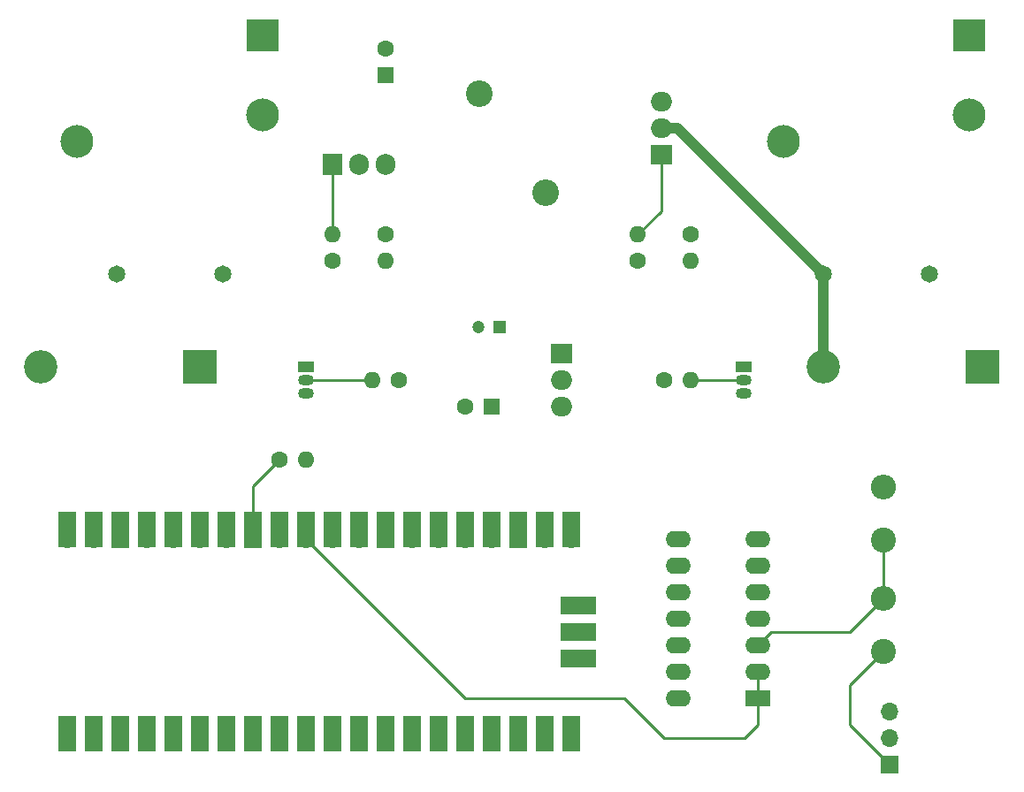
<source format=gbr>
%TF.GenerationSoftware,KiCad,Pcbnew,7.0.10*%
%TF.CreationDate,2024-07-19T10:33:51-06:00*%
%TF.ProjectId,Pressure-Controlled-Power-Outlet-control-PCB,50726573-7375-4726-952d-436f6e74726f,V1.1.1*%
%TF.SameCoordinates,Original*%
%TF.FileFunction,Copper,L1,Top*%
%TF.FilePolarity,Positive*%
%FSLAX46Y46*%
G04 Gerber Fmt 4.6, Leading zero omitted, Abs format (unit mm)*
G04 Created by KiCad (PCBNEW 7.0.10) date 2024-07-19 10:33:51*
%MOMM*%
%LPD*%
G01*
G04 APERTURE LIST*
%TA.AperFunction,ComponentPad*%
%ADD10R,2.000000X1.905000*%
%TD*%
%TA.AperFunction,ComponentPad*%
%ADD11O,2.000000X1.905000*%
%TD*%
%TA.AperFunction,ComponentPad*%
%ADD12R,1.905000X2.000000*%
%TD*%
%TA.AperFunction,ComponentPad*%
%ADD13O,1.905000X2.000000*%
%TD*%
%TA.AperFunction,ComponentPad*%
%ADD14R,3.200000X3.200000*%
%TD*%
%TA.AperFunction,ComponentPad*%
%ADD15O,3.200000X3.200000*%
%TD*%
%TA.AperFunction,ComponentPad*%
%ADD16R,3.150000X3.150000*%
%TD*%
%TA.AperFunction,ComponentPad*%
%ADD17C,3.150000*%
%TD*%
%TA.AperFunction,ComponentPad*%
%ADD18C,1.650000*%
%TD*%
%TA.AperFunction,ComponentPad*%
%ADD19C,1.600000*%
%TD*%
%TA.AperFunction,ComponentPad*%
%ADD20O,1.600000X1.600000*%
%TD*%
%TA.AperFunction,ComponentPad*%
%ADD21R,1.500000X1.050000*%
%TD*%
%TA.AperFunction,ComponentPad*%
%ADD22O,1.500000X1.050000*%
%TD*%
%TA.AperFunction,ComponentPad*%
%ADD23R,1.700000X1.700000*%
%TD*%
%TA.AperFunction,ComponentPad*%
%ADD24O,1.700000X1.700000*%
%TD*%
%TA.AperFunction,ComponentPad*%
%ADD25R,1.600000X1.600000*%
%TD*%
%TA.AperFunction,ComponentPad*%
%ADD26R,1.200000X1.200000*%
%TD*%
%TA.AperFunction,ComponentPad*%
%ADD27C,1.200000*%
%TD*%
%TA.AperFunction,ComponentPad*%
%ADD28C,2.550000*%
%TD*%
%TA.AperFunction,SMDPad,CuDef*%
%ADD29R,1.700000X3.500000*%
%TD*%
%TA.AperFunction,SMDPad,CuDef*%
%ADD30R,3.500000X1.700000*%
%TD*%
%TA.AperFunction,ComponentPad*%
%ADD31C,2.400000*%
%TD*%
%TA.AperFunction,ComponentPad*%
%ADD32O,2.400000X2.400000*%
%TD*%
%TA.AperFunction,ComponentPad*%
%ADD33R,2.400000X1.600000*%
%TD*%
%TA.AperFunction,ComponentPad*%
%ADD34O,2.400000X1.600000*%
%TD*%
%TA.AperFunction,Conductor*%
%ADD35C,0.250000*%
%TD*%
%TA.AperFunction,Conductor*%
%ADD36C,1.000000*%
%TD*%
G04 APERTURE END LIST*
D10*
%TO.P,Q3,1,G*%
%TO.N,Net-(Q3-G)*%
X150805000Y-83820000D03*
D11*
%TO.P,Q3,2,D*%
%TO.N,Net-(D2-A)*%
X150805000Y-81280000D03*
%TO.P,Q3,3,S*%
%TO.N,GND*%
X150805000Y-78740000D03*
%TD*%
D12*
%TO.P,Q2,1,G*%
%TO.N,Net-(Q2-G)*%
X119380000Y-84765000D03*
D13*
%TO.P,Q2,2,D*%
%TO.N,Net-(D1-A)*%
X121920000Y-84765000D03*
%TO.P,Q2,3,S*%
%TO.N,GND*%
X124460000Y-84765000D03*
%TD*%
D14*
%TO.P,D1,1,K*%
%TO.N,+24V*%
X106680000Y-104140000D03*
D15*
%TO.P,D1,2,A*%
%TO.N,Net-(D1-A)*%
X91440000Y-104140000D03*
%TD*%
D16*
%TO.P,K1,1,NC*%
%TO.N,unconnected-(K1-NC-Pad1)*%
X112625000Y-72390000D03*
D17*
%TO.P,K1,2,NO*%
%TO.N,unconnected-(K1-NO-Pad2)*%
X112625000Y-80010000D03*
D18*
%TO.P,K1,3,COIL_1*%
%TO.N,+24V*%
X108815000Y-95250000D03*
%TO.P,K1,4,COIL_2*%
%TO.N,Net-(D1-A)*%
X98655000Y-95250000D03*
D17*
%TO.P,K1,5,COM*%
%TO.N,unconnected-(K1-COM-Pad5)*%
X94845000Y-82550000D03*
%TD*%
D19*
%TO.P,R3,1*%
%TO.N,Net-(U1-AGND)*%
X114300000Y-113030000D03*
D20*
%TO.P,R3,2*%
%TO.N,GND*%
X116840000Y-113030000D03*
%TD*%
D14*
%TO.P,D2,1,K*%
%TO.N,+24V*%
X181610000Y-104140000D03*
D15*
%TO.P,D2,2,A*%
%TO.N,Net-(D2-A)*%
X166370000Y-104140000D03*
%TD*%
D19*
%TO.P,R8,1*%
%TO.N,/Activate_Live*%
X125730000Y-105410000D03*
D20*
%TO.P,R8,2*%
%TO.N,Net-(Q4-B)*%
X123190000Y-105410000D03*
%TD*%
D21*
%TO.P,Q1,1,E*%
%TO.N,Net-(Q1-E)*%
X158750000Y-104140000D03*
D22*
%TO.P,Q1,2,B*%
%TO.N,Net-(Q1-B)*%
X158750000Y-105410000D03*
%TO.P,Q1,3,C*%
%TO.N,+5V*%
X158750000Y-106680000D03*
%TD*%
D23*
%TO.P,J1,1,Pin_1*%
%TO.N,/Water Pressure 5V*%
X172695000Y-142225000D03*
D24*
%TO.P,J1,2,Pin_2*%
%TO.N,+5V*%
X172695000Y-139685000D03*
%TO.P,J1,3,Pin_3*%
%TO.N,GND*%
X172695000Y-137145000D03*
%TD*%
D25*
%TO.P,C2,1*%
%TO.N,+5V*%
X134580000Y-107950000D03*
D19*
%TO.P,C2,2*%
%TO.N,GND*%
X132080000Y-107950000D03*
%TD*%
%TO.P,R9,1*%
%TO.N,/Activate_Neutral*%
X151130000Y-105410000D03*
D20*
%TO.P,R9,2*%
%TO.N,Net-(Q1-B)*%
X153670000Y-105410000D03*
%TD*%
D26*
%TO.P,C3,1*%
%TO.N,+24V*%
X135350000Y-100330000D03*
D27*
%TO.P,C3,2*%
%TO.N,GND*%
X133350000Y-100330000D03*
%TD*%
D19*
%TO.P,R6,1*%
%TO.N,GND*%
X153670000Y-91440000D03*
D20*
%TO.P,R6,2*%
%TO.N,Net-(Q1-E)*%
X153670000Y-93980000D03*
%TD*%
D10*
%TO.P,U3,1,VI*%
%TO.N,+24V*%
X141295000Y-102870000D03*
D11*
%TO.P,U3,2,GND*%
%TO.N,GND*%
X141295000Y-105410000D03*
%TO.P,U3,3,VO*%
%TO.N,+5V*%
X141295000Y-107950000D03*
%TD*%
D28*
%TO.P,J2,1,1*%
%TO.N,GND*%
X139722500Y-87475000D03*
%TO.P,J2,2,2*%
%TO.N,+24V*%
X133372500Y-77975000D03*
%TD*%
D19*
%TO.P,R7,1*%
%TO.N,GND*%
X124460000Y-91440000D03*
D20*
%TO.P,R7,2*%
%TO.N,Net-(Q4-E)*%
X124460000Y-93980000D03*
%TD*%
D25*
%TO.P,C1,1*%
%TO.N,+24V*%
X124460000Y-76200000D03*
D19*
%TO.P,C1,2*%
%TO.N,GND*%
X124460000Y-73700000D03*
%TD*%
D16*
%TO.P,K2,1,NC*%
%TO.N,unconnected-(K2-NC-Pad1)*%
X180340000Y-72390000D03*
D17*
%TO.P,K2,2,NO*%
%TO.N,unconnected-(K2-NO-Pad2)*%
X180340000Y-80010000D03*
D18*
%TO.P,K2,3,COIL_1*%
%TO.N,+24V*%
X176530000Y-95250000D03*
%TO.P,K2,4,COIL_2*%
%TO.N,Net-(D2-A)*%
X166370000Y-95250000D03*
D17*
%TO.P,K2,5,COM*%
%TO.N,unconnected-(K2-COM-Pad5)*%
X162560000Y-82550000D03*
%TD*%
D24*
%TO.P,U1,1,GPIO0*%
%TO.N,/Activate_Live*%
X93980000Y-138430000D03*
D29*
X93980000Y-139330000D03*
D24*
%TO.P,U1,2,GPIO1*%
%TO.N,/Activate_Neutral*%
X96520000Y-138430000D03*
D29*
X96520000Y-139330000D03*
D23*
%TO.P,U1,3,GND*%
%TO.N,GND*%
X99060000Y-138430000D03*
D29*
X99060000Y-139330000D03*
D24*
%TO.P,U1,4,GPIO2*%
%TO.N,unconnected-(U1-GPIO2-Pad4)*%
X101600000Y-138430000D03*
D29*
X101600000Y-139330000D03*
D24*
%TO.P,U1,5,GPIO3*%
%TO.N,unconnected-(U1-GPIO3-Pad5)*%
X104140000Y-138430000D03*
D29*
X104140000Y-139330000D03*
D24*
%TO.P,U1,6,GPIO4*%
%TO.N,unconnected-(U1-GPIO4-Pad6)*%
X106680000Y-138430000D03*
D29*
X106680000Y-139330000D03*
D24*
%TO.P,U1,7,GPIO5*%
%TO.N,unconnected-(U1-GPIO5-Pad7)*%
X109220000Y-138430000D03*
D29*
X109220000Y-139330000D03*
D23*
%TO.P,U1,8,GND*%
%TO.N,GND*%
X111760000Y-138430000D03*
D29*
X111760000Y-139330000D03*
D24*
%TO.P,U1,9,GPIO6*%
%TO.N,unconnected-(U1-GPIO6-Pad9)*%
X114300000Y-138430000D03*
D29*
X114300000Y-139330000D03*
D24*
%TO.P,U1,10,GPIO7*%
%TO.N,unconnected-(U1-GPIO7-Pad10)*%
X116840000Y-138430000D03*
D29*
X116840000Y-139330000D03*
D24*
%TO.P,U1,11,GPIO8*%
%TO.N,unconnected-(U1-GPIO8-Pad11)*%
X119380000Y-138430000D03*
D29*
X119380000Y-139330000D03*
D24*
%TO.P,U1,12,GPIO9*%
%TO.N,unconnected-(U1-GPIO9-Pad12)*%
X121920000Y-138430000D03*
D29*
X121920000Y-139330000D03*
D23*
%TO.P,U1,13,GND*%
%TO.N,GND*%
X124460000Y-138430000D03*
D29*
X124460000Y-139330000D03*
D24*
%TO.P,U1,14,GPIO10*%
%TO.N,unconnected-(U1-GPIO10-Pad14)*%
X127000000Y-138430000D03*
D29*
X127000000Y-139330000D03*
D24*
%TO.P,U1,15,GPIO11*%
%TO.N,unconnected-(U1-GPIO11-Pad15)*%
X129540000Y-138430000D03*
D29*
X129540000Y-139330000D03*
D24*
%TO.P,U1,16,GPIO12*%
%TO.N,unconnected-(U1-GPIO12-Pad16)*%
X132080000Y-138430000D03*
D29*
X132080000Y-139330000D03*
D24*
%TO.P,U1,17,GPIO13*%
%TO.N,unconnected-(U1-GPIO13-Pad17)*%
X134620000Y-138430000D03*
D29*
X134620000Y-139330000D03*
D23*
%TO.P,U1,18,GND*%
%TO.N,GND*%
X137160000Y-138430000D03*
D29*
X137160000Y-139330000D03*
D24*
%TO.P,U1,19,GPIO14*%
%TO.N,unconnected-(U1-GPIO14-Pad19)*%
X139700000Y-138430000D03*
D29*
X139700000Y-139330000D03*
D24*
%TO.P,U1,20,GPIO15*%
%TO.N,unconnected-(U1-GPIO15-Pad20)*%
X142240000Y-138430000D03*
D29*
X142240000Y-139330000D03*
D24*
%TO.P,U1,21,GPIO16*%
%TO.N,unconnected-(U1-GPIO16-Pad21)*%
X142240000Y-120650000D03*
D29*
X142240000Y-119750000D03*
D24*
%TO.P,U1,22,GPIO17*%
%TO.N,unconnected-(U1-GPIO17-Pad22)*%
X139700000Y-120650000D03*
D29*
X139700000Y-119750000D03*
D23*
%TO.P,U1,23,GND*%
%TO.N,GND*%
X137160000Y-120650000D03*
D29*
X137160000Y-119750000D03*
D24*
%TO.P,U1,24,GPIO18*%
%TO.N,unconnected-(U1-GPIO18-Pad24)*%
X134620000Y-120650000D03*
D29*
X134620000Y-119750000D03*
D24*
%TO.P,U1,25,GPIO19*%
%TO.N,unconnected-(U1-GPIO19-Pad25)*%
X132080000Y-120650000D03*
D29*
X132080000Y-119750000D03*
D24*
%TO.P,U1,26,GPIO20*%
%TO.N,unconnected-(U1-GPIO20-Pad26)*%
X129540000Y-120650000D03*
D29*
X129540000Y-119750000D03*
D24*
%TO.P,U1,27,GPIO21*%
%TO.N,unconnected-(U1-GPIO21-Pad27)*%
X127000000Y-120650000D03*
D29*
X127000000Y-119750000D03*
D23*
%TO.P,U1,28,GND*%
%TO.N,GND*%
X124460000Y-120650000D03*
D29*
X124460000Y-119750000D03*
D24*
%TO.P,U1,29,GPIO22*%
%TO.N,unconnected-(U1-GPIO22-Pad29)*%
X121920000Y-120650000D03*
D29*
X121920000Y-119750000D03*
D24*
%TO.P,U1,30,RUN*%
%TO.N,unconnected-(U1-RUN-Pad30)*%
X119380000Y-120650000D03*
D29*
X119380000Y-119750000D03*
D24*
%TO.P,U1,31,GPIO26_ADC0*%
%TO.N,/ADC0*%
X116840000Y-120650000D03*
D29*
X116840000Y-119750000D03*
D24*
%TO.P,U1,32,GPIO27_ADC1*%
%TO.N,unconnected-(U1-GPIO27_ADC1-Pad32)*%
X114300000Y-120650000D03*
D29*
X114300000Y-119750000D03*
D23*
%TO.P,U1,33,AGND*%
%TO.N,Net-(U1-AGND)*%
X111760000Y-120650000D03*
D29*
X111760000Y-119750000D03*
D24*
%TO.P,U1,34,GPIO28_ADC2*%
%TO.N,unconnected-(U1-GPIO28_ADC2-Pad34)*%
X109220000Y-120650000D03*
D29*
X109220000Y-119750000D03*
D24*
%TO.P,U1,35,ADC_VREF*%
%TO.N,unconnected-(U1-ADC_VREF-Pad35)*%
X106680000Y-120650000D03*
D29*
X106680000Y-119750000D03*
D24*
%TO.P,U1,36,3V3*%
%TO.N,unconnected-(U1-3V3-Pad36)*%
X104140000Y-120650000D03*
D29*
X104140000Y-119750000D03*
D24*
%TO.P,U1,37,3V3_EN*%
%TO.N,unconnected-(U1-3V3_EN-Pad37)*%
X101600000Y-120650000D03*
D29*
X101600000Y-119750000D03*
D23*
%TO.P,U1,38,GND*%
%TO.N,GND*%
X99060000Y-120650000D03*
D29*
X99060000Y-119750000D03*
D24*
%TO.P,U1,39,VSYS*%
%TO.N,unconnected-(U1-VSYS-Pad39)*%
X96520000Y-120650000D03*
D29*
X96520000Y-119750000D03*
D24*
%TO.P,U1,40,VBUS*%
%TO.N,+5V*%
X93980000Y-120650000D03*
D29*
X93980000Y-119750000D03*
D24*
%TO.P,U1,41,SWCLK*%
%TO.N,unconnected-(U1-SWCLK-Pad41)*%
X142010000Y-132080000D03*
D30*
X142910000Y-132080000D03*
D23*
%TO.P,U1,42,GND*%
%TO.N,GND*%
X142010000Y-129540000D03*
D30*
X142910000Y-129540000D03*
D24*
%TO.P,U1,43,SWDIO*%
%TO.N,unconnected-(U1-SWDIO-Pad43)*%
X142010000Y-127000000D03*
D30*
X142910000Y-127000000D03*
%TD*%
D31*
%TO.P,R1,1*%
%TO.N,/Water Pressure 5V*%
X172085000Y-131445000D03*
D32*
%TO.P,R1,2*%
%TO.N,Net-(U2A-+)*%
X172085000Y-126365000D03*
%TD*%
D19*
%TO.P,R5,1*%
%TO.N,Net-(Q1-E)*%
X148590000Y-93980000D03*
D20*
%TO.P,R5,2*%
%TO.N,Net-(Q3-G)*%
X148590000Y-91440000D03*
%TD*%
D33*
%TO.P,U2,1*%
%TO.N,/ADC0*%
X160035000Y-135895000D03*
D34*
%TO.P,U2,2,-*%
X160035000Y-133355000D03*
%TO.P,U2,3,+*%
%TO.N,Net-(U2A-+)*%
X160035000Y-130815000D03*
%TO.P,U2,4,V+*%
%TO.N,+5V*%
X160035000Y-128275000D03*
%TO.P,U2,5*%
%TO.N,N/C*%
X160035000Y-125735000D03*
%TO.P,U2,6*%
X160035000Y-123195000D03*
%TO.P,U2,7*%
X160035000Y-120655000D03*
%TO.P,U2,8*%
X152415000Y-120655000D03*
%TO.P,U2,9*%
X152415000Y-123195000D03*
%TO.P,U2,10*%
X152415000Y-125735000D03*
%TO.P,U2,11,V-*%
%TO.N,GND*%
X152415000Y-128275000D03*
%TO.P,U2,12*%
%TO.N,N/C*%
X152415000Y-130815000D03*
%TO.P,U2,13*%
X152415000Y-133355000D03*
%TO.P,U2,14*%
X152415000Y-135895000D03*
%TD*%
D31*
%TO.P,R2,1*%
%TO.N,Net-(U2A-+)*%
X172085000Y-120760000D03*
D32*
%TO.P,R2,2*%
%TO.N,GND*%
X172085000Y-115680000D03*
%TD*%
D21*
%TO.P,Q4,1,E*%
%TO.N,Net-(Q4-E)*%
X116840000Y-104140000D03*
D22*
%TO.P,Q4,2,B*%
%TO.N,Net-(Q4-B)*%
X116840000Y-105410000D03*
%TO.P,Q4,3,C*%
%TO.N,+5V*%
X116840000Y-106680000D03*
%TD*%
D19*
%TO.P,R4,1*%
%TO.N,Net-(Q4-E)*%
X119380000Y-93980000D03*
D20*
%TO.P,R4,2*%
%TO.N,Net-(Q2-G)*%
X119380000Y-91440000D03*
%TD*%
D35*
%TO.N,/Water Pressure 5V*%
X168910000Y-138440000D02*
X172695000Y-142225000D01*
X172085000Y-131445000D02*
X168910000Y-134620000D01*
X168910000Y-134620000D02*
X168910000Y-138440000D01*
%TO.N,/ADC0*%
X158770000Y-139700000D02*
X151130000Y-139700000D01*
X147320000Y-135890000D02*
X132080000Y-135890000D01*
X151130000Y-139700000D02*
X147320000Y-135890000D01*
X160035000Y-138435000D02*
X158770000Y-139700000D01*
X160035000Y-133355000D02*
X160035000Y-138435000D01*
X132080000Y-135890000D02*
X116840000Y-120650000D01*
%TO.N,Net-(U1-AGND)*%
X111760000Y-120650000D02*
X111760000Y-115570000D01*
X111760000Y-115570000D02*
X114300000Y-113030000D01*
%TO.N,Net-(U2A-+)*%
X172085000Y-126365000D02*
X168910000Y-129540000D01*
X161310000Y-129540000D02*
X160035000Y-130815000D01*
X168910000Y-129540000D02*
X161310000Y-129540000D01*
X172085000Y-126365000D02*
X172085000Y-120760000D01*
D36*
%TO.N,Net-(D2-A)*%
X150805000Y-81280000D02*
X152400000Y-81280000D01*
X152400000Y-81280000D02*
X166370000Y-95250000D01*
X166370000Y-95250000D02*
X166370000Y-104140000D01*
D35*
%TO.N,Net-(Q1-B)*%
X158750000Y-105410000D02*
X153670000Y-105410000D01*
%TO.N,Net-(Q2-G)*%
X119380000Y-91440000D02*
X119380000Y-84765000D01*
%TO.N,Net-(Q3-G)*%
X150805000Y-83820000D02*
X150805000Y-89225000D01*
X150805000Y-89225000D02*
X148590000Y-91440000D01*
%TO.N,Net-(Q4-B)*%
X123190000Y-105410000D02*
X116840000Y-105410000D01*
%TD*%
M02*

</source>
